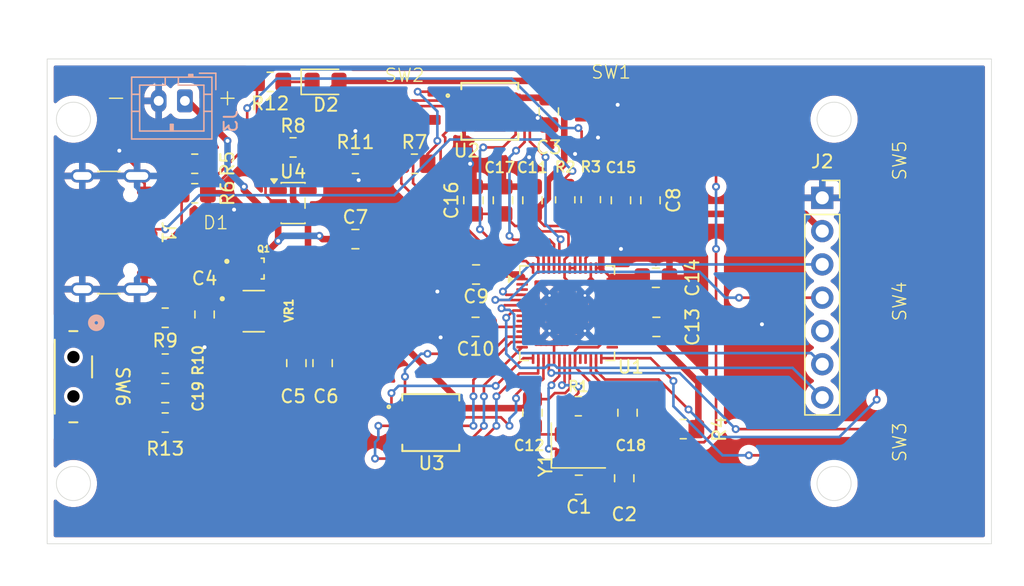
<source format=kicad_pcb>
(kicad_pcb
	(version 20241229)
	(generator "pcbnew")
	(generator_version "9.0")
	(general
		(thickness 1.6)
		(legacy_teardrops no)
	)
	(paper "A4")
	(layers
		(0 "F.Cu" signal)
		(2 "B.Cu" signal)
		(9 "F.Adhes" user "F.Adhesive")
		(11 "B.Adhes" user "B.Adhesive")
		(13 "F.Paste" user)
		(15 "B.Paste" user)
		(5 "F.SilkS" user "F.Silkscreen")
		(7 "B.SilkS" user "B.Silkscreen")
		(1 "F.Mask" user)
		(3 "B.Mask" user)
		(17 "Dwgs.User" user "User.Drawings")
		(19 "Cmts.User" user "User.Comments")
		(21 "Eco1.User" user "User.Eco1")
		(23 "Eco2.User" user "User.Eco2")
		(25 "Edge.Cuts" user)
		(27 "Margin" user)
		(31 "F.CrtYd" user "F.Courtyard")
		(29 "B.CrtYd" user "B.Courtyard")
		(35 "F.Fab" user)
		(33 "B.Fab" user)
		(39 "User.1" user)
		(41 "User.2" user)
		(43 "User.3" user)
		(45 "User.4" user)
	)
	(setup
		(stackup
			(layer "F.SilkS"
				(type "Top Silk Screen")
			)
			(layer "F.Paste"
				(type "Top Solder Paste")
			)
			(layer "F.Mask"
				(type "Top Solder Mask")
				(thickness 0.01)
			)
			(layer "F.Cu"
				(type "copper")
				(thickness 0.035)
			)
			(layer "dielectric 1"
				(type "core")
				(thickness 1.51)
				(material "FR4")
				(epsilon_r 4.5)
				(loss_tangent 0.02)
			)
			(layer "B.Cu"
				(type "copper")
				(thickness 0.035)
			)
			(layer "B.Mask"
				(type "Bottom Solder Mask")
				(thickness 0.01)
			)
			(layer "B.Paste"
				(type "Bottom Solder Paste")
			)
			(layer "B.SilkS"
				(type "Bottom Silk Screen")
			)
			(copper_finish "None")
			(dielectric_constraints no)
		)
		(pad_to_mask_clearance 0)
		(allow_soldermask_bridges_in_footprints no)
		(tenting front back)
		(pcbplotparams
			(layerselection 0x00000000_00000000_55555555_5755f5ff)
			(plot_on_all_layers_selection 0x00000000_00000000_00000000_00000000)
			(disableapertmacros no)
			(usegerberextensions no)
			(usegerberattributes yes)
			(usegerberadvancedattributes yes)
			(creategerberjobfile yes)
			(dashed_line_dash_ratio 12.000000)
			(dashed_line_gap_ratio 3.000000)
			(svgprecision 4)
			(plotframeref no)
			(mode 1)
			(useauxorigin no)
			(hpglpennumber 1)
			(hpglpenspeed 20)
			(hpglpendiameter 15.000000)
			(pdf_front_fp_property_popups yes)
			(pdf_back_fp_property_popups yes)
			(pdf_metadata yes)
			(pdf_single_document no)
			(dxfpolygonmode yes)
			(dxfimperialunits yes)
			(dxfusepcbnewfont yes)
			(psnegative no)
			(psa4output no)
			(plot_black_and_white yes)
			(sketchpadsonfab no)
			(plotpadnumbers no)
			(hidednponfab no)
			(sketchdnponfab yes)
			(crossoutdnponfab yes)
			(subtractmaskfromsilk no)
			(outputformat 1)
			(mirror no)
			(drillshape 1)
			(scaleselection 1)
			(outputdirectory "")
		)
	)
	(net 0 "")
	(net 1 "GND")
	(net 2 "Net-(U1-XIN)")
	(net 3 "Net-(C2-Pad2)")
	(net 4 "+3V3")
	(net 5 "Net-(D1-K)")
	(net 6 "+BATT")
	(net 7 "+1V2")
	(net 8 "Net-(SW6-B)")
	(net 9 "VBUS")
	(net 10 "Net-(D2-K)")
	(net 11 "unconnected-(J1-SBU2-PadB8)")
	(net 12 "/USB_D+")
	(net 13 "Net-(J1-CC2)")
	(net 14 "Net-(J1-CC1)")
	(net 15 "/USB_D-")
	(net 16 "unconnected-(J1-SBU1-PadA8)")
	(net 17 "Net-(J2-SCK)")
	(net 18 "unconnected-(J2-RST-Pad5)")
	(net 19 "Net-(J2-TX)")
	(net 20 "Net-(J2-~{CS})")
	(net 21 "Net-(J2-DC)")
	(net 22 "Net-(U1-XOUT)")
	(net 23 "Net-(U1-USB_DP)")
	(net 24 "Net-(U1-USB_DM)")
	(net 25 "Net-(U1-RUN)")
	(net 26 "Net-(R7-Pad2)")
	(net 27 "/QSPI_SS")
	(net 28 "Net-(SW6-A)")
	(net 29 "Net-(U4-PROG)")
	(net 30 "Net-(U4-STAT)")
	(net 31 "Net-(SW6-C)")
	(net 32 "Net-(U1-GPIO15)")
	(net 33 "Net-(U1-GPIO16)")
	(net 34 "Net-(U1-GPIO17)")
	(net 35 "unconnected-(U1-GPIO24-Pad36)")
	(net 36 "unconnected-(U1-GPIO0-Pad2)")
	(net 37 "Net-(U1-GPIO14)")
	(net 38 "unconnected-(U1-GPIO26_ADC0-Pad38)")
	(net 39 "unconnected-(U1-GPIO21-Pad32)")
	(net 40 "unconnected-(U1-GPIO1-Pad3)")
	(net 41 "unconnected-(U1-GPIO7-Pad9)")
	(net 42 "Net-(U1-GPIO9)")
	(net 43 "unconnected-(U1-GPIO22-Pad34)")
	(net 44 "Net-(U1-GPIO10)")
	(net 45 "Net-(U1-GPIO11)")
	(net 46 "unconnected-(U1-GPIO25-Pad37)")
	(net 47 "unconnected-(U1-GPIO18-Pad29)")
	(net 48 "unconnected-(U1-SWCLK-Pad24)")
	(net 49 "unconnected-(U1-SWD-Pad25)")
	(net 50 "unconnected-(U1-GPIO28_ADC2-Pad40)")
	(net 51 "unconnected-(U1-GPIO6-Pad8)")
	(net 52 "Net-(U1-GPIO12)")
	(net 53 "unconnected-(U1-GPIO20-Pad31)")
	(net 54 "unconnected-(U1-GPIO23-Pad35)")
	(net 55 "unconnected-(U1-GPIO19-Pad30)")
	(net 56 "unconnected-(U1-GPIO27_ADC1-Pad39)")
	(net 57 "unconnected-(U1-GPIO8-Pad11)")
	(net 58 "Net-(U1-GPIO13)")
	(net 59 "/QSPI_SD1")
	(net 60 "/QSPI_SD3")
	(net 61 "/QSPI_SD2")
	(net 62 "/QSPI_SCLK")
	(net 63 "/QSPI_SD0")
	(net 64 "unconnected-(U2-EP-Pad9)")
	(net 65 "unconnected-(U3-EP-Pad9)")
	(net 66 "unconnected-(U1-GPIO29_ADC3-Pad41)")
	(footprint "shy-lib:W25Q64JVXGIQ" (layer "F.Cu") (at 129.25 127.75))
	(footprint "Connector_PinSocket_2.54mm:PinSocket_1x07_P2.54mm_Vertical" (layer "F.Cu") (at 159.1 110.6))
	(footprint "Package_DFN_QFN:QFN-56-1EP_7x7mm_P0.4mm_EP3.2x3.2mm_ThermalVias" (layer "F.Cu") (at 139.65 119.4))
	(footprint "Connector_USB:USB_C_Receptacle_GCT_USB4105-xx-A_16P_TopMnt_Horizontal" (layer "F.Cu") (at 103.75 113.25 -90))
	(footprint "Capacitor_SMD:C_0805_2012Metric_Pad1.18x1.45mm_HandSolder" (layer "F.Cu") (at 134.75 110.7875 90))
	(footprint "Capacitor_SMD:C_0805_2012Metric_Pad1.18x1.45mm_HandSolder" (layer "F.Cu") (at 137 127 -90))
	(footprint "shy-lib:AP7366-33W5-7" (layer "F.Cu") (at 115.75 119.25))
	(footprint "shy-lib:TMRV-Tact-Switch" (layer "F.Cu") (at 167 129.25 90))
	(footprint "Capacitor_SMD:C_0805_2012Metric_Pad1.18x1.45mm_HandSolder" (layer "F.Cu") (at 121 123.2125 -90))
	(footprint "shy-lib:W25Q64JVXGIQ" (layer "F.Cu") (at 133.75 104))
	(footprint "Resistor_SMD:R_0805_2012Metric_Pad1.20x1.40mm_HandSolder" (layer "F.Cu") (at 109 119.75 180))
	(footprint "shy-lib:TL3365AF180QG" (layer "F.Cu") (at 127.25 103.5))
	(footprint "shy-lib:TMRV-Tact-Switch" (layer "F.Cu") (at 167 107.75 90))
	(footprint "Capacitor_SMD:C_0805_2012Metric_Pad1.18x1.45mm_HandSolder" (layer "F.Cu") (at 123.5 113.75))
	(footprint "Capacitor_SMD:C_0805_2012Metric_Pad1.18x1.45mm_HandSolder" (layer "F.Cu") (at 143.75 110.7875 90))
	(footprint "Capacitor_SMD:C_0805_2012Metric_Pad1.18x1.45mm_HandSolder" (layer "F.Cu") (at 144.25 127 -90))
	(footprint "Capacitor_SMD:C_0805_2012Metric_Pad1.18x1.45mm_HandSolder" (layer "F.Cu") (at 138.25 104 -90))
	(footprint "Capacitor_SMD:C_0805_2012Metric_Pad1.18x1.45mm_HandSolder" (layer "F.Cu") (at 146.4125 116.7))
	(footprint "Capacitor_SMD:C_0805_2012Metric_Pad1.18x1.45mm_HandSolder" (layer "F.Cu") (at 140.5375 132.5 180))
	(footprint "Capacitor_SMD:C_0805_2012Metric_Pad1.18x1.45mm_HandSolder" (layer "F.Cu") (at 109 125.5))
	(footprint "shy-lib:TMRV-Tact-Switch" (layer "F.Cu") (at 167 118.5 90))
	(footprint "Resistor_SMD:R_0805_2012Metric_Pad1.20x1.40mm_HandSolder" (layer "F.Cu") (at 148.5 128.25))
	(footprint "Resistor_SMD:R_0805_2012Metric_Pad1.20x1.40mm_HandSolder" (layer "F.Cu") (at 109 127.75))
	(footprint "LED_SMD:LED_0805_2012Metric_Pad1.15x1.40mm_HandSolder" (layer "F.Cu") (at 121.225 101.75))
	(footprint "Capacitor_SMD:C_0805_2012Metric_Pad1.18x1.45mm_HandSolder" (layer "F.Cu") (at 132.6625 120.45 180))
	(footprint "shy-lib:DMG3415UFY4Q-7" (layer "F.Cu") (at 115.5 116))
	(footprint "Capacitor_SMD:C_0805_2012Metric_Pad1.18x1.45mm_HandSolder" (layer "F.Cu") (at 146.45 120.45))
	(footprint "Crystal:Crystal_SMD_Abracon_ABM8G-4Pin_3.2x2.5mm" (layer "F.Cu") (at 140.5 129.5))
	(footprint "Resistor_SMD:R_0805_2012Metric_Pad1.20x1.40mm_HandSolder" (layer "F.Cu") (at 118.75 106.75))
	(footprint "Resistor_SMD:R_0805_2012Metric_Pad1.20x1.40mm_HandSolder" (layer "F.Cu") (at 117 101.75 180))
	(footprint "Resistor_SMD:R_0805_2012Metric_Pad1.20x1.40mm_HandSolder" (layer "F.Cu") (at 139.5 110.75 -90))
	(footprint "Capacitor_SMD:C_0805_2012Metric_Pad1.18x1.45mm_HandSolder" (layer "F.Cu") (at 137 110.7875 90))
	(footprint "shy-lib:PD3S220L-7" (layer "F.Cu") (at 112.6 113.75 180))
	(footprint "shy-lib:TL3365AF180QG" (layer "F.Cu") (at 143 103.25))
	(footprint "Resistor_SMD:R_0805_2012Metric_Pad1.20x1.40mm_HandSolder" (layer "F.Cu") (at 123.5 108))
	(footprint "Capacitor_SMD:C_0805_2012Metric_Pad1.18x1.45mm_HandSolder" (layer "F.Cu") (at 144 132 90))
	(footprint "shy-lib:CUS-12TB" (layer "F.Cu") (at 102 124.25 -90))
	(footprint "Capacitor_SMD:C_0805_2012Metric_Pad1.18x1.45mm_HandSolder" (layer "F.Cu") (at 132.7 116.45 180))
	(footprint "Resistor_SMD:R_0805_2012Metric_Pad1.20x1.40mm_HandSolder" (layer "F.Cu") (at 111.25 108))
	(footprint "Resistor_SMD:R_0805_2012Metric_Pad1.20x1.40mm_HandSolder" (layer "F.Cu") (at 109 123.25 180))
	(footprint "Capacitor_SMD:C_0805_2012Metric_Pad1.18x1.45mm_HandSolder"
		(layer "F.Cu")
		(uuid "bc8c44f9-adb2-427f-ba73-9cae4b49827a")
		(at 146 110.7875 90)
		(descr "Capacitor SMD 0805 (2012 Metric), square (rectangular) end terminal, IPC-7351 nominal with elongated pad for handsold
... [381072 chars truncated]
</source>
